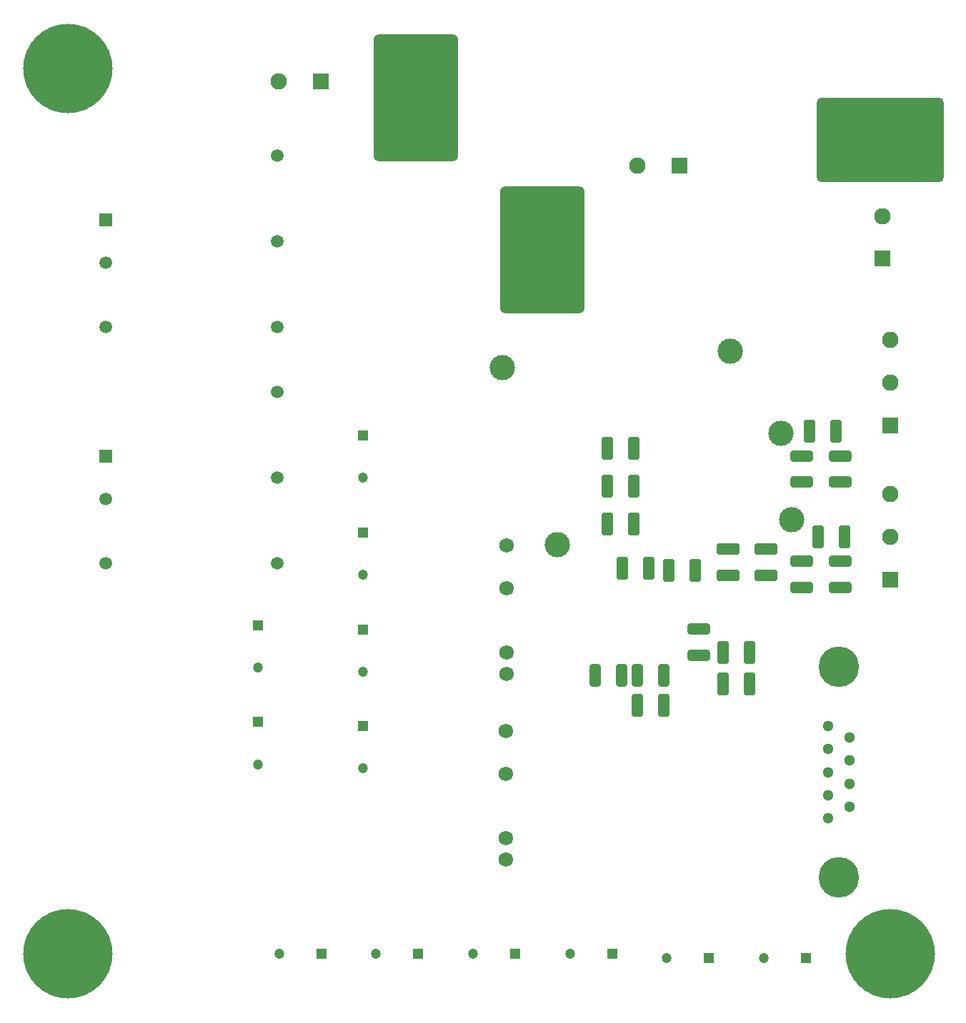
<source format=gbr>
%TF.GenerationSoftware,KiCad,Pcbnew,9.0.0*%
%TF.CreationDate,2025-04-28T14:21:01-07:00*%
%TF.ProjectId,GateDriver,47617465-4472-4697-9665-722e6b696361,rev?*%
%TF.SameCoordinates,Original*%
%TF.FileFunction,Soldermask,Bot*%
%TF.FilePolarity,Negative*%
%FSLAX46Y46*%
G04 Gerber Fmt 4.6, Leading zero omitted, Abs format (unit mm)*
G04 Created by KiCad (PCBNEW 9.0.0) date 2025-04-28 14:21:01*
%MOMM*%
%LPD*%
G01*
G04 APERTURE LIST*
G04 Aperture macros list*
%AMRoundRect*
0 Rectangle with rounded corners*
0 $1 Rounding radius*
0 $2 $3 $4 $5 $6 $7 $8 $9 X,Y pos of 4 corners*
0 Add a 4 corners polygon primitive as box body*
4,1,4,$2,$3,$4,$5,$6,$7,$8,$9,$2,$3,0*
0 Add four circle primitives for the rounded corners*
1,1,$1+$1,$2,$3*
1,1,$1+$1,$4,$5*
1,1,$1+$1,$6,$7*
1,1,$1+$1,$8,$9*
0 Add four rect primitives between the rounded corners*
20,1,$1+$1,$2,$3,$4,$5,0*
20,1,$1+$1,$4,$5,$6,$7,0*
20,1,$1+$1,$6,$7,$8,$9,0*
20,1,$1+$1,$8,$9,$2,$3,0*%
G04 Aperture macros list end*
%ADD10C,10.600000*%
%ADD11RoundRect,0.500000X4.500000X7.000000X-4.500000X7.000000X-4.500000X-7.000000X4.500000X-7.000000X0*%
%ADD12RoundRect,0.500000X7.000000X-4.500000X7.000000X4.500000X-7.000000X4.500000X-7.000000X-4.500000X0*%
%ADD13R,1.950000X1.950000*%
%ADD14C,1.950000*%
%ADD15C,3.000000*%
%ADD16RoundRect,0.250000X0.412500X1.100000X-0.412500X1.100000X-0.412500X-1.100000X0.412500X-1.100000X0*%
%ADD17R,1.200000X1.200000*%
%ADD18C,1.200000*%
%ADD19RoundRect,0.250000X-0.412500X-1.100000X0.412500X-1.100000X0.412500X1.100000X-0.412500X1.100000X0*%
%ADD20C,1.725000*%
%ADD21RoundRect,0.250000X-1.100000X0.412500X-1.100000X-0.412500X1.100000X-0.412500X1.100000X0.412500X0*%
%ADD22C,1.300000*%
%ADD23C,4.800000*%
%ADD24RoundRect,0.250000X-0.400000X-1.075000X0.400000X-1.075000X0.400000X1.075000X-0.400000X1.075000X0*%
%ADD25RoundRect,0.250000X0.400000X1.075000X-0.400000X1.075000X-0.400000X-1.075000X0.400000X-1.075000X0*%
%ADD26RoundRect,0.250000X-1.075000X0.400000X-1.075000X-0.400000X1.075000X-0.400000X1.075000X0.400000X0*%
%ADD27R,1.500000X1.500000*%
%ADD28C,1.500000*%
%ADD29RoundRect,0.250000X1.075000X-0.400000X1.075000X0.400000X-1.075000X0.400000X-1.075000X-0.400000X0*%
G04 APERTURE END LIST*
D10*
%TO.C,H4*%
X82500000Y-152500000D03*
%TD*%
D11*
%TO.C,Q1*%
X123750000Y-51000000D03*
X138750000Y-69000000D03*
D12*
X178750000Y-56000000D03*
%TD*%
D10*
%TO.C,H6*%
X82500000Y-47500000D03*
%TD*%
D13*
%TO.C,J1*%
X180000000Y-108080000D03*
D14*
X180000000Y-103000000D03*
X180000000Y-97920000D03*
%TD*%
D13*
%TO.C,J5*%
X179000000Y-70000000D03*
D14*
X179000000Y-65000000D03*
%TD*%
D13*
%TO.C,J6*%
X155000000Y-59000000D03*
D14*
X150000000Y-59000000D03*
%TD*%
D10*
%TO.C,H5*%
X180000000Y-152500000D03*
%TD*%
D15*
%TO.C,TP5*%
X167000000Y-90750000D03*
%TD*%
%TO.C,TP7*%
X161000000Y-81000000D03*
%TD*%
%TO.C,TP8*%
X134000000Y-83000000D03*
%TD*%
%TO.C,TP6*%
X168250000Y-101000000D03*
%TD*%
%TO.C,TP3*%
X140500000Y-104000000D03*
%TD*%
D13*
%TO.C,J3*%
X180000000Y-89830000D03*
D14*
X180000000Y-84750000D03*
X180000000Y-79670000D03*
%TD*%
D13*
%TO.C,J7*%
X112500000Y-49000000D03*
D14*
X107500000Y-49000000D03*
%TD*%
D16*
%TO.C,C26*%
X149562500Y-97000000D03*
X146437500Y-97000000D03*
%TD*%
D17*
%TO.C,C39*%
X158500000Y-153000000D03*
D18*
X153500000Y-153000000D03*
%TD*%
D17*
%TO.C,C56*%
X105000000Y-113500000D03*
D18*
X105000000Y-118500000D03*
%TD*%
D16*
%TO.C,C63*%
X156812500Y-107000000D03*
X153687500Y-107000000D03*
%TD*%
D19*
%TO.C,C77*%
X150000000Y-123000000D03*
X153125000Y-123000000D03*
%TD*%
D17*
%TO.C,C42*%
X117500000Y-91000000D03*
D18*
X117500000Y-96000000D03*
%TD*%
D20*
%TO.C,PS4*%
X134500000Y-119325000D03*
X134500000Y-116785000D03*
X134500000Y-109165000D03*
X134500000Y-104085000D03*
%TD*%
D21*
%TO.C,C88*%
X165250000Y-104437500D03*
X165250000Y-107562500D03*
%TD*%
D16*
%TO.C,C87*%
X163312500Y-116750000D03*
X160187500Y-116750000D03*
%TD*%
D17*
%TO.C,C38*%
X170000000Y-153000000D03*
D18*
X165000000Y-153000000D03*
%TD*%
D17*
%TO.C,C41*%
X117500000Y-114000000D03*
D18*
X117500000Y-119000000D03*
%TD*%
D16*
%TO.C,C27*%
X149562500Y-101500000D03*
X146437500Y-101500000D03*
%TD*%
D22*
%TO.C,J4*%
X172559610Y-136418500D03*
X172559610Y-133678500D03*
X172559610Y-130938500D03*
X172559610Y-128198500D03*
X172559610Y-125458500D03*
X175099610Y-135048500D03*
X175099610Y-132308500D03*
X175099610Y-129568500D03*
X175099610Y-126828500D03*
D23*
X173829610Y-143438500D03*
X173829610Y-118438500D03*
%TD*%
D17*
%TO.C,C55*%
X117500000Y-125500000D03*
D18*
X117500000Y-130500000D03*
%TD*%
D24*
%TO.C,R31*%
X150000000Y-119500000D03*
X153100000Y-119500000D03*
%TD*%
D17*
%TO.C,C37*%
X147000000Y-152500000D03*
D18*
X142000000Y-152500000D03*
%TD*%
D25*
%TO.C,R23*%
X148100000Y-119500000D03*
X145000000Y-119500000D03*
%TD*%
D17*
%TO.C,C47*%
X124000000Y-152500000D03*
D18*
X119000000Y-152500000D03*
%TD*%
D17*
%TO.C,C48*%
X135500000Y-152500000D03*
D18*
X130500000Y-152500000D03*
%TD*%
D26*
%TO.C,R32*%
X157250000Y-113950000D03*
X157250000Y-117050000D03*
%TD*%
D27*
%TO.C,PS2*%
X87000000Y-65460000D03*
D28*
X87000000Y-70540000D03*
X87000000Y-78160000D03*
X107320000Y-78160000D03*
X107320000Y-68000000D03*
X107320000Y-57840000D03*
%TD*%
D21*
%TO.C,C23*%
X160750000Y-104437500D03*
X160750000Y-107562500D03*
%TD*%
D16*
%TO.C,C62*%
X149562500Y-92500000D03*
X146437500Y-92500000D03*
%TD*%
D29*
%TO.C,R43*%
X174000000Y-109050000D03*
X174000000Y-105950000D03*
%TD*%
D17*
%TO.C,C46*%
X112600000Y-152500000D03*
D18*
X107600000Y-152500000D03*
%TD*%
D29*
%TO.C,R36*%
X169500000Y-96550000D03*
X169500000Y-93450000D03*
%TD*%
D17*
%TO.C,C57*%
X105000000Y-125000000D03*
D18*
X105000000Y-130000000D03*
%TD*%
D29*
%TO.C,R37*%
X174000000Y-96550000D03*
X174000000Y-93450000D03*
%TD*%
%TO.C,R38*%
X169500000Y-109050000D03*
X169500000Y-105950000D03*
%TD*%
D16*
%TO.C,C61*%
X151312500Y-106750000D03*
X148187500Y-106750000D03*
%TD*%
D20*
%TO.C,PS1*%
X134415000Y-141325000D03*
X134415000Y-138785000D03*
X134415000Y-131165000D03*
X134415000Y-126085000D03*
%TD*%
D16*
%TO.C,C84*%
X173562500Y-90500000D03*
X170437500Y-90500000D03*
%TD*%
%TO.C,C22*%
X163312500Y-120500000D03*
X160187500Y-120500000D03*
%TD*%
D17*
%TO.C,C40*%
X117500000Y-102500000D03*
D18*
X117500000Y-107500000D03*
%TD*%
D16*
%TO.C,C82*%
X174562500Y-103000000D03*
X171437500Y-103000000D03*
%TD*%
D27*
%TO.C,PS3*%
X87000000Y-93460000D03*
D28*
X87000000Y-98540000D03*
X87000000Y-106160000D03*
X107320000Y-106160000D03*
X107320000Y-96000000D03*
X107320000Y-85840000D03*
%TD*%
M02*

</source>
